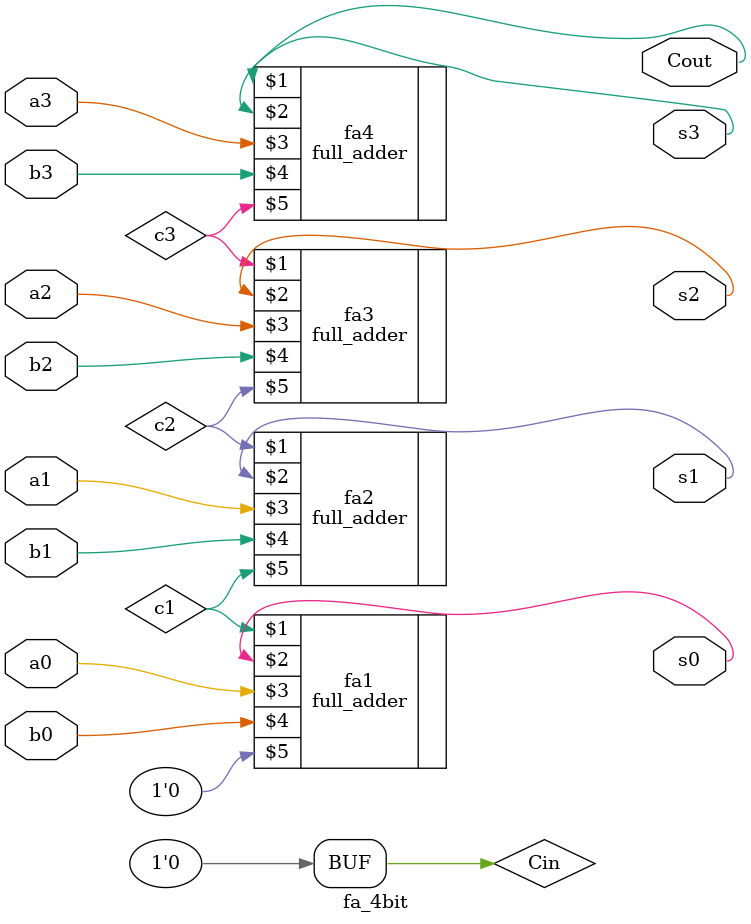
<source format=v>
`timescale 1ns / 1ps
module fa_4bit (output Cout, s3, s2, s1, s0, input a3, a2, a1,a0, b3, b2, b1, b0);
  wire c1, c2, c3;
  assign Cin = 0;
  full_adder fa1 (c1,s0,a0,b0,Cin);
  full_adder fa2 (c2,s1,a1,b1,c1);
  full_adder fa3 (c3,s2,a2,b2,c2);
  full_adder fa4 (Cout,s3,a3,b3,c3);
endmodule

</source>
